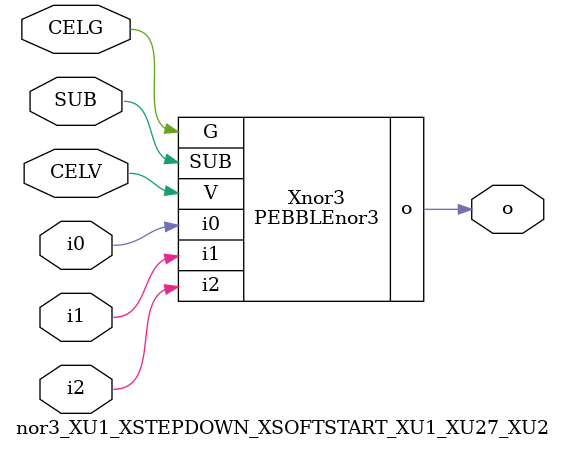
<source format=v>



module PEBBLEnor3 ( o, G, SUB, V, i0, i1, i2 );

  input i0;
  input V;
  input i2;
  input i1;
  input G;
  output o;
  input SUB;
endmodule

//Celera Confidential Do Not Copy nor3_XU1_XSTEPDOWN_XSOFTSTART_XU1_XU27_XU2
//Celera Confidential Symbol Generator
//NOR3
module nor3_XU1_XSTEPDOWN_XSOFTSTART_XU1_XU27_XU2 (CELV,CELG,i0,i1,i2,o,SUB);
input CELV;
input CELG;
input i0;
input i1;
input i2;
input SUB;
output o;

//Celera Confidential Do Not Copy nor3
PEBBLEnor3 Xnor3(
.V (CELV),
.i0 (i0),
.i1 (i1),
.i2 (i2),
.o (o),
.SUB (SUB),
.G (CELG)
);
//,diesize,PEBBLEnor3

//Celera Confidential Do Not Copy Module End
//Celera Schematic Generator
endmodule

</source>
